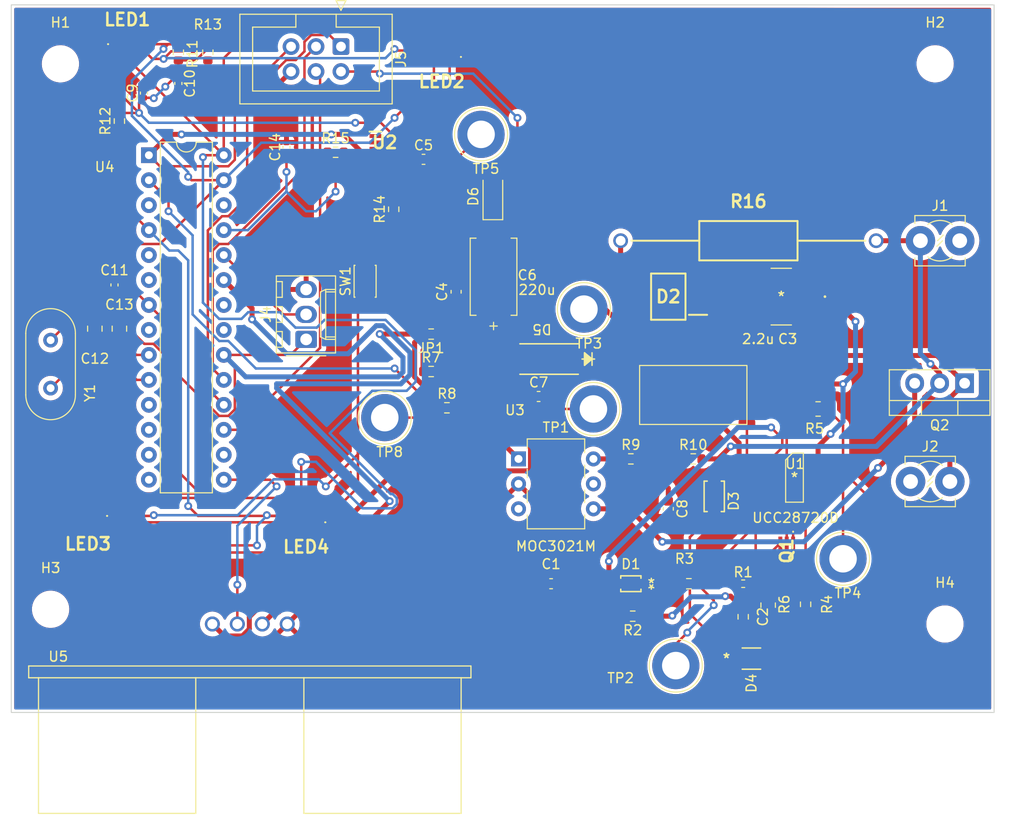
<source format=kicad_pcb>
(kicad_pcb (version 20221018) (generator pcbnew)
  (layers (0 "F.Cu" signal) (31 "B.Cu" signal) (34 "B.Paste" user) (35 "F.Paste" user) (36 "B.SilkS" user "B.Silkscreen") (37 "F.SilkS" user "F.Silkscreen") (38 "B.Mask" user) (39 "F.Mask" user) (44 "Edge.Cuts" user))
  (net 0 "")
  (net 1 "GNDPWR")
  (net 2 "Net-(U1-VS)")
  (net 3 "Net-(D3-A)")
  (net 4 "Net-(D2-~{_1})")
  (net 5 "Flyback output")
  (net 6 "GND")
  (net 7 "3.3V linear regulator output")
  (net 8 "Net-(C8-Pad1)")
  (net 9 "Net-(U4-XTAL2{slash}PB7)")
  (net 10 "Net-(U4-XTAL1{slash}PB6)")
  (net 11 "/Sensors/Override signal")
  (net 12 "Net-(D2-+)")
  (net 13 "Vac(-)")
  (net 14 "Net-(D3-K)")
  (net 15 "Net-(D4-Pad2)")
  (net 16 "Net-(D6-A)")
  (net 17 "Vac(+)")
  (net 18 "/Sensors/Light level")
  (net 19 "/Sensors/MISO")
  (net 20 "/Sensors/SCK")
  (net 21 "/Sensors/MOSI")
  (net 22 "/Sensors/RESET")
  (net 24 "/Sensors/SCL")
  (net 25 "/Sensors/INT")
  (net 26 "/Sensors/SDA")
  (net 30 "Net-(Q1-B)")
  (net 31 "Net-(Q1-C)")
  (net 32 "Net-(Q1-E)")
  (net 33 "Net-(Q2-G)")
  (net 34 "Net-(R1-Pad1)")
  (net 35 "Net-(U1-CS)")
  (net 36 "Control signal")
  (net 37 "Net-(R8-Pad2)")
  (net 38 "Net-(R9-Pad1)")
  (net 39 "Net-(R15-Pad2)")
  (net 50 "/Sensors/Trig")
  (net 53 "/Sensors/Echo")
  (net 56 "Net-(JP1-A)")
  (net 58 "Net-(T1-S2)")
  (net 59 "Net-(D1-Output)")
  (net 60 "Net-(D1-Input)")
  (footprint "MountingHole:MountingHole_3.2mm_M3" (layer "F.Cu") (at 135 36)
    (fp_text reference "H1")
    (fp_text value "MountingHole")
  )
  (footprint "footprints:SOT65P210X110-5N" (layer "F.Cu") (at 168 44)
    (fp_text reference "U2")
    (fp_text value "TPS71533DCKR" hide)
  )
  (footprint "Crystal:Crystal_HC49-U_Vertical" (layer "F.Cu") (at 134 69 90)
    (fp_text reference "Y1")
    (fp_text value "16MHz")
  )
  (footprint "footprints:SOP250P700X300-4N" (layer "F.Cu") (at 196.85 59.69 180)
    (fp_text reference "D2")
    (fp_text value "RH06-T" hide)
  )
  (footprint "Capacitor_SMD:C_0603_1608Metric" (layer "F.Cu") (at 184.925 88.9 180)
    (fp_text reference "C1")
    (fp_text value "1u")
  )
  (footprint "Resistor_SMD:R_0603_1608Metric" (layer "F.Cu") (at 174.325 71)
    (fp_text reference "R8")
    (fp_text value "R")
  )
  (footprint "footprints:RESAD2600W80L1000D400" (layer "F.Cu") (at 218 54 180)
    (fp_text reference "R16")
    (fp_text value "EMC2-22RKI" hide)
  )
  (footprint "footprints:750317828" (layer "F.Cu") (at 201.55 61.615)
    (fp_text reference "T1" hide)
    (fp_text value "Transformer_SP_1S")
  )
  (footprint "MountingHole:MountingHole_3.2mm_M3" (layer "F.Cu") (at 224 36)
    (fp_text reference "H2")
    (fp_text value "MountingHole")
  )
  (footprint "Package_DIP:DIP-28_W7.62mm" (layer "F.Cu") (at 144 45.3)
    (fp_text reference "U4")
    (fp_text value "ATmega328P-P")
  )
  (footprint "footprints:ALSDPDIC1778CL749TR8" (layer "F.Cu") (at 173.8 34.65 180)
    (fp_text reference "LED2")
    (fp_text value "ALS-DPDIC17-78C_L749_TR8" hide)
  )
  (footprint "footprints:XCVR_HC-SR04" (layer "F.Cu") (at 154.27 93)
    (fp_text reference "U5")
    (fp_text value "HC-SR04")
  )
  (footprint "Diode_SMD:D_SOD-123" (layer "F.Cu") (at 179 49.5 90)
    (fp_text reference "D6")
    (fp_text value "MBR0520")
  )
  (footprint "footprints:UCC28720D" (layer "F.Cu") (at 209.69 78.105)
    (fp_text reference "U1")
    (fp_text value "UCC28720D")
  )
  (footprint "Connector_IDC:IDC-Header_2x03_P2.54mm_Vertical" (layer "F.Cu") (at 163.545 34.2475 -90)
    (fp_text reference "J5")
    (fp_text value "AVR-ISP-6")
  )
  (footprint "Resistor_SMD:R_0603_1608Metric" (layer "F.Cu") (at 141 41.825 90)
    (fp_text reference "R12")
    (fp_text value "10k")
  )
  (footprint "Resistor_SMD:R_0603_1608Metric" (layer "F.Cu") (at 210.82 90.995 90)
    (fp_text reference "R4")
    (fp_text value "499")
  )
  (footprint "Capacitor_SMD:C_0805_2012Metric" (layer "F.Cu") (at 141 62.95 90)
    (fp_text reference "C13")
    (fp_text value "22pF")
  )
  (footprint "Resistor_SMD:R_0805_2012Metric" (layer "F.Cu") (at 212.09 71.12 180)
    (fp_text reference "R5")
    (fp_text value "100")
  )
  (footprint "Resistor_SMD:R_0603_1608Metric" (layer "F.Cu") (at 147 34.825 -90)
    (fp_text reference "R11")
    (fp_text value "1k")
  )
  (footprint "Resistor_SMD:R_0603_1608Metric" (layer "F.Cu") (at 204.47 92.265 -90)
    (fp_text reference "C2")
    (fp_text value "10p")
  )
  (footprint "Resistor_SMD:R_0805_2012Metric" (layer "F.Cu") (at 207.01 91.0825 -90)
    (fp_text reference "R6")
    (fp_text value "5.6")
  )
  (footprint "footprints:CGRM" (layer "F.Cu") (at 205.3082 96.52)
    (fp_text reference locked "D4")
    (fp_text value "CGRM4007-G")
  )
  (footprint "TestPoint:TestPoint_Loop_D3.80mm_Drill2.8mm" (layer "F.Cu") (at 177.8 43.18)
    (fp_text reference "TP5")
    (fp_text value "TestPoint")
  )
  (footprint "Capacitor_SMD:C_0603_1608Metric" (layer "F.Cu") (at 196.85 81.28 -90)
    (fp_text reference "C8")
    (fp_text value "47nF")
  )
  (footprint "footprints:SC-76_SOD323_NEX" (layer "F.Cu") (at 193.04 88.9 180)
    (fp_text reference "D1")
    (fp_text value "BAS316_115")
  )
  (footprint "TestPoint:TestPoint_Loop_D3.80mm_Drill2.8mm" (layer "F.Cu") (at 197.612 97.2312)
    (fp_text reference "TP2")
    (fp_text value "TestPoint")
  )
  (footprint "footprints:ALSDPDIC1778CL749TR8" (layer "F.Cu") (at 141.8 34.65)
    (fp_text reference "LED1")
    (fp_text value "ALS-DPDIC17-78C_L749_TR8" hide)
  )
  (footprint "Resistor_SMD:R_0603_1608Metric" (layer "F.Cu") (at 193.231 92.202 180)
    (fp_text reference "R2")
    (fp_text value "40.2k")
  )
  (footprint "MountingHole:MountingHole_3.2mm_M3" (layer "F.Cu") (at 225 93)
    (fp_text reference "H4")
    (fp_text value "MountingHole")
  )
  (footprint "Resistor_SMD:R_0603_1608Metric" (layer "F.Cu") (at 172.72 63.5 180)
    (fp_text reference "JP1")
    (fp_text value "Jumper_2_Bridged")
  )
  (footprint "Resistor_SMD:R_0603_1608Metric" (layer "F.Cu") (at 193.04 76.2)
    (fp_text reference "R9")
    (fp_text value "100")
  )
  (footprint "Resistor_SMD:R_0603_1608Metric" (layer "F.Cu") (at 150 34.825 90)
    (fp_text reference "R13")
    (fp_text value "1k")
  )
  (footprint "TerminalBlock_MetzConnect:TerminalBlock_MetzConnect_360410_1x01_Horizontal_ScrewM3.0" (layer "F.Cu") (at 221.5 78.5)
    (fp_text reference "J2")
    (fp_text value "Screw_Terminal_01x01")
  )
  (footprint "TestPoint:TestPoint_Loop_D3.80mm_Drill2.8mm" (layer "F.Cu") (at 188.2648 60.96)
    (fp_text reference "TP3")
    (fp_text value "TestPoint")
  )
  (footprint "TestPoint:TestPoint_Loop_D3.80mm_Drill2.8mm" (layer "F.Cu") (at 168 72)
    (fp_text reference "TP8")
    (fp_text value "TestPoint")
  )
  (footprint "Resistor_SMD:R_0603_1608Metric" (layer "F.Cu") (at 198.945 88.9 180)
    (fp_text reference "R3")
    (fp_text value "20")
  )
  (footprint "Capacitor_SMD:C_0603_1608Metric" (layer "F.Cu") (at 175.26 59.195 90)
    (fp_text reference "C4")
    (fp_text value "1u")
  )
  (footprint "Capacitor_SMD:C_0402_1005Metric" (layer "F.Cu") (at 140.5 58.5 90)
    (fp_text reference "C11")
    (fp_text value "1uF")
  )
  (footprint "Capacitor_SMD:C_0603_1608Metric" (layer "F.Cu") (at 171.945 45.72)
    (fp_text reference "C5")
    (fp_text value "1u")
  )
  (footprint "Resistor_SMD:R_0603_1608Metric" (layer "F.Cu") (at 163 45)
    (fp_text reference "R15")
    (fp_text value "10k")
  )
  (footprint "Capacitor_SMD:C_0402_1005Metric" (layer "F.Cu") (at 143.5 38.98 90)
    (fp_text reference "C9")
    (fp_text value "1uF")
  )
  (footprint "Package_TO_SOT_THT:TO-220-3_Vertical" (layer "F.Cu") (at 227 68.5 180)
    (fp_text reference "Q2")
    (fp_text value "BT136-500")
  )
  (footprint "footprints:ALSDPDIC1778CL749TR8" (layer "F.Cu") (at 160 82 180)
    (fp_text reference "LED4")
    (fp_text value "ALS-DPDIC17-78C_L749_TR8" hide)
  )
  (footprint "Resistor_SMD:R_0603_1608Metric" (layer "F.Cu") (at 172.72 67.31)
    (fp_text reference "R7")
    (fp_text value "4.99k")
  )
  (footprint "footprints:MOC3021" (layer "F.Cu") (at 181.61 76.2)
    (fp_text reference "U3")
    (fp_text value "MOC3021M")
  )
  (footprint "footprints:CKG57NX7T2W225M500JH" (layer "F.Cu") (at 208.3435 59.69 180)
    (fp_text reference "C3")
    (fp_text value "2.2u")
  )
  (footprint "Resistor_SMD:R_0402_1005Metric" (layer "F.Cu") (at 204.47 88.9)
    (fp_text reference "R1")
    (fp_text value "127k")
  )
  (footprint "footprints:ALSDPDIC1778CL749TR8" (layer "F.Cu") (at 208.9 85.56 -90)
    (fp_text reference "Q1")
    (fp_text value "Q_NPN_BCE" hide)
  )
  (footprint "MountingHole:MountingHole_3.2mm_M3" (layer "F.Cu") (at 134 91.5)
    (fp_text reference "H3")
    (fp_text value "MountingHole")
  )
  (footprint "Capacitor_SMD:C_0402_1005Metric" (layer "F.Cu") (at 158 44.48 90)
    (fp_text reference "C14")
    (fp_text value "1uF")
  )
  (footprint "Resistor_SMD:R_0603_1608Metric" (layer "F.Cu") (at 168.91 50.8 90)
    (fp_text reference "R14")
    (fp_text value "10k")
  )
  (footprint "Capacitor_SMD:C_0805_2012Metric" (layer "F.Cu") (at 138.5 62.95 90)
    (fp_text reference "C12")
    (fp_text value "22pF")
  )
  (footprint "TestPoint:TestPoint_Loop_D3.80mm_Drill2.8mm" (layer "F.Cu") (at 214.63 86.36)
    (fp_text reference "TP4")
    (fp_text value "TestPoint")
  )
  (footprint "Connector_Molex:Molex_KK-254_AE-6410-03A_1x03_P2.54mm_Vertical" (layer "F.Cu") (at 160 64.04 90)
    (fp_text reference "J4")
    (fp_text value "POT")
  )
  (footprint "Capacitor_SMD:C_0402_1005Metric" (layer "F.Cu") (at 147 38 -90)
    (fp_text reference "C10")
    (fp_text value "1uF")
  )
  (footprint "TestPoint:TestPoint_Loop_D3.80mm_Drill2.8mm" (layer "F.Cu") (at 189.23 71.12)
    (fp_text reference "TP1")
    (fp_text value "TestPoint")
  )
  (footprint "Resistor_SMD:R_0603_1608Metric" (layer "F.Cu") (at 199.39 76.2)
    (fp_text reference "R10")
    (fp_text value "100")
  )
  (footprint "Button_Switch_SMD:SW_SPST_CK_KXT3" (layer "F.Cu") (at 166 58.125 90)
    (fp_text reference "SW1")
    (fp_text value "Override switch")
  )
  (footprint "TerminalBlock_MetzConnect:TerminalBlock_MetzConnect_360410_1x01_Horizontal_ScrewM3.0" (layer "F.Cu") (at 222.5 54)
    (fp_text reference "J1")
    (fp_text value "Screw_Terminal_01x01")
  )
  (footprint "footprints:DO-214AC_SMA_HIGHPROFILE_MCC" (layer "F.Cu") (at 184.7215 66.04 180)
    (fp_text reference "D5")
    (fp_text value "SS110-TP")
  )
  (footprint "Capacitor_SMD:C_0603_1608Metric" (layer "F.Cu") (at 183.655 69.85)
    (fp_text reference "C7")
    (fp_text value "1u")
  )
  (footprint "footprints:10TPE220ML" (layer "F.Cu") (at 179.07 57.66435 90)
    (fp_text reference "C6")
    (fp_text value "220u")
  )
  (footprint "footprints:ALSDPDIC1778CL749TR8" (layer "F.Cu") (at 137.8 81.35 180)
    (fp_text reference "LED3")
    (fp_text value "ALS-DPDIC17-78C_L749_TR8" hide)
  )
  (footprint "footprints:SOD-123_ONS" (layer "F.Cu") (at 201.5236 80.01 90)
    (fp_text reference "D3")
    (fp_text value "D_Zener")
  )
  (gr_rect (start 130 30) (end 230 102) (stroke (width 0.1)) (fill none) (layer "Edge.Cuts"))
  (segment (start 202.6412 90.17) (end 203.2 90.17) (width 0.508) (layer "F.Cu") (net 2))
  (segment (start 205.74 88.14) (end 205.74 78.219999) (width 0.254) (layer "F.Cu") (net 2))
  (segment (start 194.056 92.202) (end 197.2056 92.202) (width 0.508) (layer "F.Cu") (net 2))
  (segment (start 205.74 78.219999) (end 206.489999 77.47) (width 0.254) (layer "F.Cu") (net 2))
  (segment (start 204.98 88.9) (end 205.74 88.14) (width 0.254) (layer "F.Cu") (net 2))
  (segment (start 204.47 91.44) (end 205.74 90.17) (width 0.254) (layer "F.Cu") (net 2))
  (segment (start 206.489999 77.47) (end 207.29 77.47) (width 0.254) (layer "F.Cu") (net 2))
  (segment (start 197.2056 92.202) (end 197.2564 92.1512) (width 0.508) (layer "F.Cu") (net 2))
  (segment (start 203.2 90.17) (end 204.47 91.44) (width 0.508) (layer "F.Cu") (net 2))
  (segment (start 205.74 90.17) (end 205.74 88.14) (width 0.254) (layer "F.Cu") (net 2))
  (via (at 197.2564 92.1512) (size 0.8) (drill 0.4) (layers "F.Cu" "B.Cu") (net 2))
  (via (at 202.6412 90.17) (size 0.8) (drill 0.4) (layers "F.Cu" "B.Cu") (net 2))
  (segment (start 202.5808 90.2304) (end 202.6412 90.17) (width 0.508) (layer "B.Cu") (net 2))
  (segment (start 197.2564 92.1512) (end 199.1772 90.2304) (width 0.508) (layer "B.Cu") (net 2))
  (segment (start 199.1772 90.2304) (end 202.5808 90.2304) (width 0.508) (layer "B.Cu") (net 2))
  (segment (start 212.09 74.93) (end 213.36 73.66) (width 0.508) (layer "F.Cu") (net 3))
  (segment (start 212.09 76.2) (end 212.09 74.93) (width 0.508) (layer "F.Cu") (net 3))
  (segment (start 189.709739 60.232) (end 202.362739 72.885) (width 0.508) (layer "F.Cu") (net 3))
  (segment (start 202.362739 72.885) (end 204.054 74.576261) (width 0.508) (layer "F.Cu") (net 3))
  (segment (start 202.362739 71.182261) (end 202.362739 72.885) (width 0.508) (layer "F.Cu") (net 3))
  (segment (start 213.36 59.69) (end 215.9 62.23) (width 0.508) (layer "F.Cu") (net 3))
  (segment (start 204.965 68.58) (end 204.85 68.695) (width 0.508) (layer "F.Cu") (net 3))
  (segment (start 188.9928 60.232) (end 189.709739 60.232) (width 0.508) (layer "F.Cu") (net 3))
  (segment (start 204.054 75.8032) (end 201.5236 78.3336) (width 0.508) (layer "F.Cu") (net 3))
  (segment (start 214.63 68.58) (end 204.965 68.58) (width 0.508) (layer "F.Cu") (net 3))
  (segment (start 204.054 74.576261) (end 204.054 75.8032) (width 0.508) (layer "F.Cu") (net 3))
  (segment (start 188.2648 60.96) (end 188.9928 60.232) (width 0.508) (layer "F.Cu") (net 3))
  (segment (start 210.82 59.69) (end 213.36 59.69) (width 0.508) (layer "F.Cu") (net 3))
  (segment (start 204.85 68.695) (end 202.362739 71.182261) (width 0.508) (layer "F.Cu") (net 3))
  (via (at 213.36 73.66) (size 0.8) (drill 0.4) (layers "F.Cu" "B.Cu") (net 3))
  (via (at 215.9 62.23) (size 0.8) (drill 0.4) (layers "F.Cu" "B.Cu") (net 3))
  (via (at 214.63 68.58) (size 0.8) (drill 0.4) (layers "F.Cu" "B.Cu") (net 3))
  (segment (start 215.9 62.23) (end 215.9 67.31) (width 0.508) (layer "B.Cu") (net 3))
  (segment (start 214.63 72.39) (end 214.63 68.58) (width 0.508) (layer "B.Cu") (net 3))
  (segment (start 213.36 73.66) (end 214.63 72.39) (width 0.508) (layer "B.Cu") (net 3))
  (segment (start 215.9 67.31) (end 214.63 68.58) (width 0.508) (layer "B.Cu") (net 3))
  (segment (start 199.875 60.94) (end 204.617 60.94) (width 0.508) (layer "F.Cu") (net 4))
  (segment (start 204.617 60.94) (end 205.867 59.69) (width 0.508) (layer "F.Cu") (net 4))
  (segment (start 152.085991 71.825) (end 151.154009 71.825) (width 0.25) (layer "F.Cu") (net 5))
  (segment (start 171.895 63.5) (end 171.895 54.61) (width 0.508) (layer "F.Cu") (net 5))
  (segment (start 152.745 66.745) (end 152.745 71.165991) (width 0.25) (layer "F.Cu") (net 5))
  (segment (start 179 51.15) (end 175.355 51.15) (width 0.508) (layer "F.Cu") (net 5))
  (segment (start 171.041 67.855896) (end 171.041 64.354) (width 0.508) (layer "F.Cu") (net 5))
  (segment (start 154.219 93.504927) (end 154.219 92.281) (width 0.508) (layer "F.Cu") (net 5))
  (segment (start 154.219 92.281) (end 169.084 77.416) (width 0.508) (layer "F.Cu") (net 5))
  (segment (start 182.826 74.984) (end 176.842 69) (width 0.508) (layer "F.Cu") (net 5))
  (segment (start 151.154009 71.825) (end 146 66.670991) (width 0.25) (layer "F.Cu") (net 5))
  (segment (start 176.842 69) (end 172.185104 69) (width 0.508) (layer "F.Cu") (net 5))
  (segment (start 160 64.04) (end 158.42 65.62) (width 0.25) (layer "F.Cu") (net 5))
  (segment (start 151.679 94.219) (end 153.504927 94.219) (width 0.508) (layer "F.Cu") (net 5))
  (segment (start 146 62.54) (end 144 60.54) (width 0.25) (layer "F.Cu") (net 5))
  (segment (start 150.46 93) (end 151.679 94.219) (width 0.508) (layer "F.Cu") (net 5))
  (segment (start 153.504927 94.219) (end 154.219 93.504927) (width 0.508) (layer "F.Cu") (net 5))
  (segment (start 152.745 71.165991) (end 152.085991 71.825) (width 0.25) (layer "F.Cu") (net 5))
  (segment (start 171.895 54.61) (end 168.91 51.625) (width 0.508) (layer "F.Cu") (net 5))
  (segment (start 158.42 65.62) (end 151.62 65.62) (width 0.25) (layer "F.Cu") (net 5))
  (segment (start 151.62 65.62) (end 152.745 66.745) (width 0.25) (layer "F.Cu") (net 5))
  (segment (start 140.5 58.02) (end 141.48 58.02) (width 0.25) (layer "F.Cu") (net 5))
  (segment (start 146 66.670991) (end 146 62.54) (width 0.25) (layer "F.Cu") (net 5))
  (segment (start 182.826 77.416) (end 182.826 74.984) (width 0.508) (layer "F.Cu") (net 5))
  (segment (start 171.041 64.354) (end 171.895 63.5) (width 0.508) (layer "F.Cu") (net 5))
  (segment (start 169.084 77.416) (end 182.826 77.416) (width 0.508) (layer "F.Cu") (net 5))
  (segment (start 171.895 63.5) (end 167.4876 63.5) (width 0.508) (layer "F.Cu") (net 5))
  (segment (start 172.185104 69) (end 171.041 67.855896) (width 0.508) (layer "F.Cu") (net 5))
  (segment (start 175.355 51.15) (end 171.895 54.61) (width 0.508) (layer "F.Cu") (net 5))
  (segment (start 141.48 58.02) (end 144 60.54) (width 0.25) (layer "F.Cu") (net 5))
  (via (at 167.4876 63.5) (size 0.8) (drill 0.4) (layers "F.Cu" "B.Cu") (net 5))
  (segment (start 169.854 67.353739) (end 169.353739 67.854) (width 0.508) (layer "B.Cu") (net 5))
  (segment (start 169.353739 67.854) (end 153.854 67.854) (width 0.508) (layer "B.Cu") (net 5))
  (segment (start 167.4876 63.5) (end 169.854 65.8664) (width 0.508) (layer "B.Cu") (net 5))
  (segment (start 153.854 67.854) (end 151.62 65.62) (width 0.508) (layer "B.Cu") (net 5))
  (segment (start 169.854 65.8664) (end 169.854 67.353739) (width 0.508) (layer "B.Cu") (net 5))
  (segment (start 140 37) (end 139 36) (width 0.25) (layer "F.Cu") (net 7))
  (segment (start 168.108 55.892) (end 168.108 51.206709) (width 0.254) (layer "F.Cu") (net 7))
  (segment (start 138.6 82) (end 144.4255 82) (width 0.254) (layer "F.Cu") (net 7))
  (segment (start 170.35 43.35) (end 168.95 43.35) (width 0.254) (layer "F.Cu") (net 7))
  (segment (start 161.704 82.65) (end 165.273 79.081) (width 0.254) (layer "F.Cu") (net 7))
  (segment (start 140.1 34) (end 141 34) (width 0.25) (layer "F.Cu") (net 7))
  (segment (start 165.273 79.081) (end 165.273 75.5) (width 0.254) (layer "F.Cu") (net 7))
  (segment (start 175.26 45.72) (end 177.8 43.18) (width 0.254) (layer "F.Cu") (net 7))
  (segment (start 150 34.429709) (end 150 34) (width 0.254) (layer "F.Cu") (net 7))
  (segment (start 143 39.96) (end 143.5 39.46) (width 0.25) (layer "F.Cu") (net 7))
  (segment (start 172.72 45.72) (end 175.26 45.72) (width 0.254) (layer "F.Cu") (net 7))
  (segment (start 169.403291 50.898) (end 171 49.301291) (width 0.254) (layer "F.Cu") (net 7))
  (segment (start 168.108 51.206709) (end 168.416709 50.898) (width 0.254) (layer "F.Cu") (net 7))
  (segment (start 146.48 37.52) (end 147 37.52) (width 0.254) (layer "F.Cu") (net 7))
  (segment (start 144.4255 82) (end 144.5 81.9255) (width 0.254) (layer "F.Cu") (net 7))
  (segment (start 139 36) (end 139 35.1) (width 0.25) (layer "F.Cu") (net 7))
  (segment (start 148.779709 35.65) (end 150 34.429709) (width 0.254) (layer "F.Cu") (net 7))
  (segment (start 160.8 82.65) (end 161.704 82.65) (width 0.254) (layer "F.Cu") (net 7))
  (segment (start 147 35.65) (end 148.779709 35.65) (width 0.254) (layer "F.Cu") (net 7))
  (segment (start 165.273 75.727) (end 165.273 75.5) (width 0.254) (layer "F.Cu") (net 7))
  (segment (start 147 35.65) (end 147 37.52) (width 0.25) (layer "F.Cu") (net 7))
  (segment (start 144.46 39.46) (end 144.5 39.5) (width 0.254) (layer "F.Cu") (net 7))
  (segment (start 140 38) (end 140 37) (width 0.25) (layer "F.Cu") (net 7))
  (segment (start 171 49.301291) (end 168.023 46.324291) (width 0.254) (layer "F.Cu") (net 7))
  (segment (start 168.023 46.324291) (end 168.023 44.277) (width 0.254) (layer "F.Cu") (net 7))
  (segment (start 168.023 44.277) (end 168.95 43.35) (width 0.254) (layer "F.Cu") (net 7))
  (segment (start 143.5 39.46) (end 144.46 39.46) (width 0.254) (layer "F.Cu") (net 7))
  (segment (start 172.55 43.35) (end 174.6 41.3) (width 0.254) (layer "F.Cu") (net 7))
  (segment (start 168.416709 50.898) (end 169.403291 50.898) (width 0.254) (layer "F.Cu") (net 7))
  (segment (start 143 41) (end 140 38) (width 0.25) (layer "F.Cu") (net 7))
  (segment (start 165.273 58.727) (end 168.108 55.892) (width 0.254) (layer "F.Cu") (net 7))
  (segment (start 143 41) (end 143 39.96) (width 0.25) (layer "F.Cu") (net 7))
  (segment (start 143 41) (end 141 41) (width 0.25) (layer "F.Cu") (net 7))
  (segment (start 167.6 42) (end 165 42) (width 0.25) (layer "F.Cu") (net 7))
  (segment (start 165.273 75.5) (end 165.273 58.727) (width 0.254) (layer "F.Cu") (net 7))
  (segment (start 168.95 43.35) (end 172.55 43.35) (width 0.254) (layer "F.Cu") (net 7))
  (segment (start 174.6 41.3) (end 174.6 35.3) (width 0.254) (layer "F.Cu") (net 7))
  (segment (start 139 35.1) (end 140.1 34) (width 0.25) (layer "F.Cu") (net 7))
  (segment (start 172.72 45.72) (end 170.35 43.35) (width 0.254) (layer "F.Cu") (net 7))
  (segment (start 162 79) (end 165.273 75.727) (width 0.254) (layer "F.Cu") (net 7))
  (segment (start 145.672299 38.327701) (end 146.48 37.52) (width 0.254) (layer "F.Cu") (net 7))
  (segment (start 168.95 43.35) (end 167.6 42) (width 0.25) (layer "F.Cu") (net 7))
  (via (at 144.5 39.5) (size 0.8) (drill 0.4) (layers "F.Cu" "B.Cu") (net 7))
  (via (at 144.5 81.9255) (size 0.8) (drill 0.4) (layers "F.Cu" "B.Cu") (net 7))
  (via (at 165 42) (size 0.8) (drill 0.4) (layers "F.Cu" "B.Cu") (net 7))
  (via (at 143 41) (size 0.8) (drill 0.4) (layers "F.Cu" "B.Cu") (net 7))
  (via (at 145.672299 38.327701) (size 0.8) (drill 0.4) (layers "F.Cu" "B.Cu") (net 7))
  (via (at 162 79) (size 0.8) (drill 0.4) (layers "F.Cu" "B.Cu") (net 7))
  (segment (start 144.5 39.5) (end 145.672299 38.327701) (width 0.254) (layer "B.Cu") (net 7))
  (segment (start 161.273 78.273) (end 162 79) (width 0.254) (layer "B.Cu") (net 7))
  (segment (start 144 42) (end 143 41) (width 0.25) (layer "B.Cu") (net 7))
  (segment (start 165 42) (end 144 42) (width 0.25) (layer "B.Cu") (net 7))
  (segment (start 144.5 81.9255) (end 153.046366 81.9255) (width 0.254) (layer "B.Cu") (net 7))
  (segment (start 153.046366 81.9255) (end 156.698866 78.273) (width 0.254) (layer "B.Cu") (net 7))
  (segment (start 156.698866 78.273) (end 161.273 78.273) (width 0.254) (layer "B.Cu") (net 7))
  (segment (start 193.865 76.2) (end 198.565 76.2) (width 0.508) (layer "F.Cu") (net 8))
  (segment (start 196.85 79.185) (end 193.865 76.2) (width 0.508) (layer "F.Cu") (net 8))
  (segment (start 196.85 80.505) (end 196.85 79.185) (width 0.508) (layer "F.Cu") (net 8))
  (segment (start 142.76 68.16) (end 144 68.16) (width 0.25) (layer "F.Cu") (net 9))
  (segment (start 138.5 63.9) (end 138.5 64.5) (width 0.25) (layer "F.Cu") (net 9))
  (segment (start 138.5 63.9) (end 142.76 68.16) (width 0.25) (layer "F.Cu") (net 9))
  (segment (start 138.5 64.5) (end 134 69) (width 0.25) (layer "F.Cu") (net 9))
  (segment (start 135.045 63.075) (end 134 64.12) (width 0.25) (layer "F.Cu") (net 10))
  (segment (start 140.175 63.075) (end 135.045 63.075) (width 0.25) (layer "F.Cu") (net 10))
  (segment (start 142.72 65.62) (end 144 65.62) (width 0.25) (layer "F.Cu") (net 10))
  (segment (start 141 63.9) (end 140.175 63.075) (width 0.25) (layer "F.Cu") (net 10))
  (segment (start 141 63.9) (end 142.72 65.62) (width 0.25) (layer "F.Cu") (net 10))
  (segment (start 163 45.825) (end 163 49) (width 0.25) (layer "F.Cu") (net 11))
  (segment (start 158 47) (end 158 44.96) (width 0.25) (layer "F.Cu") (net 11))
  (segment (start 162.175 45) (end 163 45.825) (width 0.25) (layer "F.Cu") (net 11))
  (segment (start 162.175 45) (end 162 45) (width 0.25) (layer "F.Cu") (net 11))
  (via (at 163 49) (size 0.8) (drill 0.4) (layers "F.Cu" "B.Cu") (net 11))
  (via (at 158 47) (size 0.8) (drill 0.4) (layers "F.Cu" "B.Cu") (net 11))
  (segment (start 161 51) (end 160 51) (width 0.25) (layer "B.Cu") (net 11))
  (segment (start 158.25 49.25) (end 158 49) (width 0.254) (layer "B.Cu") (net 11))
  (segment (start 158 49) (end 158 47) (width 0.25) (layer "B.Cu") (net 11))
  (segment (start 163 49) (end 161 51) (width 0.25) (layer "B.Cu") (net 11))
  (segment (start 154.08 52.92) (end 158 49) (width 0.254) (layer "B.Cu") (net 11))
  (segment (start 151.62 52.92) (end 154.08 52.92) (width 0.254) (layer "B.Cu") (net 11))
  (segment (start 160 51) (end 158.25 49.25) (width 0.25) (layer "B.Cu") (net 11))
  (segment (start 192 54) (end 192 56.615) (width 0.508) (layer "F.Cu") (net 12))
  (segment (start 192 56.615) (end 193.825 58.44) (width 0.508) (layer "F.Cu") (net 12))
  (segment (start 225.5 78.5) (end 225.5 70) (width 0.508) (layer "F.Cu") (net 13))
  (segment (start 198.566 65.681) (end 224.181 65.681) (width 0.508) (layer "F.Cu") (net 13))
  (segment (start 225.5 70) (end 227 68.5) (width 0.508) (layer "F.Cu") (net 13))
  (segment (start 224.181 65.681) (end 227 68.5) (width 0.508) (layer "F.Cu") (net 13))
  (segment (start 193.825 60.94) (end 198.566 65.681) (width 0.508) (layer "F.Cu") (net 13))
  (segment (start 199.043 84.167) (end 201.5236 81.6864) (width 0.254) (layer "F.Cu") (net 14))
  (segment (start 199.043 91.9566) (end 199.043 84.167) (width 0.254) (layer "F.Cu") (net 14))
  (segment (start 203.6064 96.52) (end 199.043 91.9566) (width 0.254) (layer "F.Cu") (net 14))
  (segment (start 220.98 86.36) (end 220.98 83.82) (width 0.254) (layer "F.Cu") (net 15))
  (segment (start 210.2612 93.98) (end 213.36 93.98) (width 0.254) (layer "F.Cu") (net 15))
  (segment (start 220.98 83.82) (end 214.63 77.47) (width 0.254) (layer "F.Cu") (net 15))
  (segment (start 214.63 86.36) (end 214.63 72.7475) (width 0.254) (layer "F.Cu") (net 15))
  (segment (start 213.36 93.98) (end 220.98 86.36) (width 0.254) (layer "F.Cu") (net 15))
  (segment (start 207.7212 96.52) (end 210.2612 93.98) (width 0.254) (layer "F.Cu") (net 15))
  (segment (start 207.01 96.52) (end 207.7212 96.52) (width 0.254) (layer "F.Cu") (net 15))
  (segment (start 214.63 72.7475) (end 213.0025 71.12) (width 0.254) (layer "F.Cu") (net 15))
  (segment (start 181.5 45.35) (end 179 47.85) (width 0.254) (layer "F.Cu") (net 16))
  (segment (start 163.545 36.7875) (end 167.2875 36.7875) (width 0.254) (layer "F.Cu") (net 16))
  (segment (start 167.2875 36.7875) (end 167.5 37) (width 0.254) (layer "F.Cu") (net 16))
  (segment (start 181.5 41.5) (end 181.5 45.35) (width 0.254) (layer "F.Cu") (net 16))
  (via (at 181.5 41.5) (size 0.8) (drill 0.4) (layers "F.Cu" "B.Cu") (net 16))
  (via (at 167.5 37) (size 0.8) (drill 0.4) (layers "F.Cu" "B.Cu") (net 16))
  (segment (start 167.5 37) (end 177 37) (width 0.254) (layer "B.Cu") (net 16))
  (segment (start 177 37) (end 181.5 41.5) (width 0.254) (layer "B.Cu") (net 16))
  (segment (start 224.46 67.4745) (end 223.52 66.5345) (width 0.508) (layer "F.Cu") (net 17))
  (segment (start 224.46 68.5) (end 224.46 67.4745) (width 0.508) (layer "F.Cu") (net 17))
  (segment (start 201.93 76.2) (end 203.2 74.93) (width 0.508) (layer "F.Cu") (net 17))
  (segment (start 200.215 76.2) (end 201.93 76.2) (width 0.508) (layer "F.Cu") (net 17))
  (segment (start 222.5 54) (end 218 54) (width 0.508) (layer "F.Cu") (net 17))
  (via (at 223.52 66.5345) (size 0.8) (drill 0.4) (layers "F.Cu" "B.Cu") (net 17))
  (via (at 203.2 74.93) (size 0.8) (drill 0.4) (layers "F.Cu" "B.Cu") (net 17))
  (segment (start 223.52 66.5345) (end 222.5 65.5145) (width 0.508) (layer "B.Cu") (net 17))
  (segment (start 203.2 74.93) (end 218.03 74.93) (width 0.508) (layer "B.Cu") (net 17))
  (segment (start 222.5 65.5145) (end 222.5 54) (width 0.508) (layer "B.Cu") (net 17))
  (segment (start 218.03 74.93) (end 224.46 68.5) (width 0.508) (layer "B.Cu") (net 17))
  (segment (start 157.66 61.5) (end 151.62 55.46) (width 0.25) (layer "F.Cu") (net 18))
  (segment (start 160 61.5) (end 157.66 61.5) (width 0.25) (layer "F.Cu") (net 18))
  (segment (start 159.83 33.760799) (end 159.83 34.734201) (width 0.25) (layer "F.Cu") (net 19))
  (segment (start 158.951701 35.6125) (end 157.978299 35.6125) (width 0.25) (layer "F.Cu") (net 19))
  (segment (start 163.545 34.2475) (end 162.37 33.0725) (width 0.25) (layer "F.Cu") (net 19))
  (segment (start 152.085991 51.505) (end 151.444009 51.505) (width 0.25) (layer "F.Cu") (net 19))
  (segment (start 150 69.08) (end 151.62 70.7) (width 0.25) (layer "F.Cu") (net 19))
  (segment (start 160.518299 33.0725) (end 159.83 33.760799) (width 0.25) (layer "F.Cu") (net 19))
  (segment (start 150 52.949009) (end 150 69.08) (width 0.25) (layer "F.Cu") (net 19))
  (segment (start 157.978299 35.6125) (end 154 39.590799) (width 0.25) (layer "F.Cu") (net 19))
  (segment (start 162.37 33.0725) (end 160.518299 33.0725) (width 0.25) (layer "F.Cu") (net 19))
  (segment (start 154 39.590799) (end 154 49.590991) (width 0.25) (layer "F.Cu") (net 19))
  (segment (start 154 49.590991) (end 152.085991 51.505) (width 0.25) (layer "F.Cu") (net 19))
  (segment (start 151.444009 51.505) (end 150 52.949009) (width 0.25) (layer "F.Cu") (net 19))
  (segment (start 159.83 34.734201) (end 158.951701 35.6125) (width 0.25) (layer "F.Cu") (net 19))
  (segment (start 150.495 67.035) (end 151.62 68.16) (width 0.25) (layer "F.Cu") (net 20))
  (segment (start 150.495 54.994009) (end 150.495 67.035) (width 0.25) (layer "F.Cu") (net 20))
  (segment (start 151.154009 54.335) (end 150.495 54.994009) (width 0.25) (layer "F.Cu") (net 20))
  (segment (start 152.085991 54.335) (end 151.154009 54.335) (width 0.25) (layer "F.Cu") (net 20))
  (segment (start 159.83 35.4225) (end 159.83 46.590991) (width 0.25) (layer "F.Cu") (net 20))
  (segment (start 161.005 34.2475) (end 159.83 35.4225) (width 0.25) (layer "F.Cu") (net 20))
  (segment (start 159.83 46.590991) (end 152.085991 54.335) (width 0.25) (layer "F.Cu") (net 20))
  (segment (start 153.078173 73.24) (end 151.62 73.24) (width 0.25) (layer "F.Cu") (net 21))
  (segment (start 161.005 36.7875) (end 161.42 37.2025) (width 0.25) (layer "F.Cu") (net 21))
  (segment (start 161.42 37.2025) (end 161.42 64.898173) (width 0.25) (layer "F.Cu") (net 21))
  (segment (start 161.42 64.898173) (end 153.078173 73.24) (width 0.25) (layer "F.Cu") (net 21))
  (segment (start 163.83 43.18) (end 162.56 43.18) (width 0.508) (layer "F.Cu") (net 22))
  (segment (start 168.91 49.975) (end 168.91 48.26) (width 0.508) (layer "F.Cu") (net 22))
  (segment (start 146.12 43.18) (end 144 45.3) (width 0.508) (layer "F.Cu") (net 22))
  (segment (start 168.91 48.26) (end 163.83 43.18) (width 0.508) (layer "F.Cu") (net 22))
  (segment (start 152.085991 46.425) (end 145.125 46.425) (width 0.25) (layer "F.Cu") (net 22))
  (segment (start 152.745 39.9675) (end 152.745 45.765991) (width 0.25) (layer "F.Cu") (net 22))
  (segment (start 158.465 34.2475) (end 152.745 39.9675) (width 0.25) (layer "F.Cu") (net 22))
  (segment (start 147.32 43.18) (end 146.12 43.18) (width 0.508) (layer "F.Cu") (net 22))
  (segment (start 145.125 46.425) (end 144 45.3) (width 0.25) (layer "F.Cu") (net 22))
  (segment (start 152.745 45.765991) (end 152.085991 46.425) (width 0.25) (layer "F.Cu") (net 22))
  (via (at 162.56 43.18) (size 0.8) (drill 0.4) (layers "F.Cu" "B.Cu") (net 22))
  (via (at 147.32 43.18) (size 0.8) (drill 0.4) (layers "F.Cu" "B.Cu") (net 22))
  (segment (start 162.56 43.18) (end 147.32 43.18) (width 0.508) (layer "B.Cu") (net 22))
  (segment (start 150.22 35.43) (end 151.62 35.43) (width 0.254) (layer "F.Cu") (net 24))
  (segment (start 150 35.65) (end 150.22 35.43) (width 0.254) (layer "F.Cu") (net 24))
  (segment (start 158.025 80.175) (end 159.2 81.35) (width 0.25) (layer "F.Cu") (net 24))
  (segment (start 142.6 35.3) (end 142.6 36.28) (width 0.25) (layer "F.Cu") (net 24))
  (segment (start 159.5 76.5) (end 159.5 81.05) (width 0.254) (layer "F.Cu") (net 24))
  (segment (start 151.62 35.43) (end 151.62 45.3) (width 0.25) (layer "F.Cu") (net 24))
  (segment (start 137.525 80.175) (end 158.025 80.175) (width 0.25) (layer "F.Cu") (net 24))
  (segment (start 151.62 45.3) (end 149.7 45.3) (width 0.254) (layer "F.Cu") (net 24))
  (segment (start 151.62 36.27) (end 151.62 45.3) (width 0.25) (layer "F.Cu") (net 24))
  (segment (start 159.5 81.05) (end 159.2 81.35) (width 0.254) (layer "F.Cu") (net 24))
  (segment (start 142.6 36.28) (end 151.62 45.3) (width 0.25) (layer "F.Cu") (net 24))
  (segment (start 137 80.7) (end 137.525 80.175) (width 0.25) (layer "F.Cu") (net 24))
  (segment (start 173 34) (end 171.6225 32.6225) (width 0.25) (layer "F.Cu") (net 24))
  (segment (start 149.7 45.3) (end 149.5 45.5) (width 0.254) (layer "F.Cu") (net 24))
  (segment (start 154.4275 32.6225) (end 151.62 35.43) (width 0.25) (layer "F.Cu") (net 24))
  (segment (start 171.6225 32.6225) (end 154.4275 32.6225) (width 0.25) (layer "F.Cu") (net 24))
  (via (at 159.5 76.5) (size 0.8) (drill 0.4) (layers "F.Cu" "B.Cu") (net 24))
  (via (at 149.5 45.5) (size 0.8) (drill 0.4) (layers "F.Cu" "B.Cu") (net 24))
  (segment (start 168.081997 62.065) (end 171.143 65.126003) (width 0.254) (layer "B.Cu") (net 24))
  (segment (start 169.227 80.198866) (end 169.227 80.801134) (width 0.254) (layer "B.Cu") (net 24))
  (segment (start 151.153181 61.953) (end 153.424866 61.953) (width 0.254) (layer "B.Cu") (net 24))
  (segment (start 162.410829 73.589171) (end 168.594658 79.773) (width 0.254) (layer "B.Cu") (net 24))
  (segment (start 157.345999 61.273) (end 158.915999 62.843) (width 0.254) (layer "B.Cu") (net 24))
  (segment (start 154.104866 61.273) (end 157.345999 61.273) (width 0.254) (layer "B.Cu") (net 24))
  (segment (start 166.727 69.273) (end 162.410829 73.589171) (width 0.254) (layer "B.Cu") (net 24))
  (segment (start 161.084001 62.843) (end 161.862001 62.065) (width 0.254) (layer "B.Cu") (net 24))
  (segment (start 161 76.5) (end 159.5 76.5) (width 0.254) (layer "B.Cu") (net 24))
  (segment (start 161.862001 62.065) (end 168.081997 62.065) (width 0.254) (layer "B.Cu") (net 24))
  (segment (start 169.227 80.801134) (end 168.801134 81.227) (width 0.254) (layer "B.Cu") (net 24))
  (segment (start 168.801134 81.227) (end 165.727 81.227) (width 0.254) (layer "B.Cu") (net 24))
  (segment (start 168.594658 79.773) (end 168.801134 79.773) (width 0.254) (layer "B.Cu") (net 24))
  (segment (start 165.727 81.227) (end 161 76.5) (width 0.254) (layer "B.Cu") (net 24))
  (segment (start 153.424866 61.953) (end 154.104866 61.273) (width 0.254) (layer "B.Cu") (net 24))
  (segment (start 171.143 68.357) (end 170.227 69.273) (width 0.254) (layer "B.Cu") (net 24))
  (segment (start 149.5 60.299819) (end 151.153181 61.953) (width 0.254) (layer "B.Cu") (net 24))
  (segment (start 149.5 45.5) (end 149.5 60.299819) (width 0.254) (layer "B.Cu") (net 24))
  (segment (start 170.227 69.273) (end 166.727 69.273) (width 0.254) (layer "B.Cu") (net 24))
  (segment (start 158.915999 62.843) (end 161.084001 62.843) (width 0.254) (layer "B.Cu") (net 24))
  (segment (start 171.143 65.126003) (end 171.143 68.357) (width 0.254) (layer "B.Cu") (net 24))
  (segment (start 168.801134 79.773) (end 169.227 80.198866) (width 0.254) (layer "B.Cu") (net 24))
  (segment (start 136.1 81.35) (end 136 81.45) (width 0.25) (layer "F.Cu") (net 25))
  (segment (start 137 81.35) (end 136.1 81.35) (width 0.25) (layer "F.Cu") (net 25))
  (segment (start 156 81.9255) (end 156.0745 82) (width 0.25) (layer "F.Cu") (net 25))
  (segment (start 159.2 82) (end 149 82) (width 0.25) (layer "F.Cu") (net 25))
  (segment (start 139.227 33.273) (end 147.493291 33.273) (width 0.254) (layer "F.Cu") (net 25))
  (segment (start 138.5 85) (end 155 85) (width 0.25) (layer "F.Cu") (net 25))
  (segment (start 173 34.65) (end 169.15 34.65) (width 0.254) (layer "F.Cu") (net 25))
  (segment (start 147.802 33.581709) (end 147.802 34.418291) (width 0.254) (layer "F.Cu") (net 25))
  (segment (start 136 81.45) (end 136 82.5) (width 0.25) (layer "F.Cu") (net 25))
  (segment (start 138.548 40.198) (end 138.548 33.952) (width 0.254) (layer "F.Cu") (net 25))
  (segment (start 156.0745 82) (end 159.2 82) (width 0.25) (layer "F.Cu") (net 25))
  (segment (start 141 42.65) (end 141 49.92) (width 0.254) (layer "F.Cu") (net 25))
  (segment (start 141 42.65) (end 138.548 40.198) (width 0.254) (layer "F.Cu") (net 25))
  (segment (start 147.493291 33.273) (end 147.802 33.581709) (width 0.254) (layer "F.Cu") (net 25))
  (segment (start 146.273 34.727) (end 145.5 35.5) (width 0.254) (layer "F.Cu") (net 25))
  (segment (start 136 82.5) (end 138.5 85) (width 0.25) (layer "F.Cu") (net 25))
  (segment (start 143.504 34.65) (end 142.6 34.65) (width 0.254) (layer "F.Cu") (net 25))
  (segment (start 138.548 33.952) (end 139.227 33.273) (width 0.254) (layer "F.Cu") (net 25))
  (segment (start 147.802 34.418291) (end 147.493291 34.727) (width 0.254) (layer "F.Cu") (net 25))
  (segment (start 169.15 34.65) (end 169 34.5) (width 0.254) (layer "F.Cu") (net 25))
  (segment (start 144.354 35.5) (end 143.504 34.65) (width 0.254) (layer "F.Cu") (net 25))
  (segment (start 145.5 35.5) (end 144.354 35.5) (width 0.254) (layer "F.Cu") (net 25))
  (segment (start 141 49.92) (end 144 52.92) (width 0.254) (layer "F.Cu") (net 25))
  (segment (start 147.493291 34.727) (end 146.273 34.727) (width 0.254) (layer "F.Cu") (net 25))
  (segment (start 149 82) (end 148 81) (width 0.25) (layer "F.Cu") (net 25))
  (via (at 169 34.5) (size 0.8) (drill 0.4) (layers "F.Cu" "B.Cu") (net 25))
  (via (at 148 81) (size 0.8) (drill 0.4) (layers "F.Cu" "B.Cu") (net 25))
  (via (at 145.5 35.5) (size 0.8) (drill 0.4) (layers "F.Cu" "B.Cu") (net 25))
  (via (at 156 81.9255) (size 0.8) (drill 0.4) (layers "F.Cu" "B.Cu") (net 25))
  (via (at 155 85) (size 0.8) (drill 0.4) (layers "F.Cu" "B.Cu") (net 25))
  (segment (start 155 83) (end 156 82) (width 0.25) (layer "B.Cu") (net 25))
  (segment (start 168.0755 35.4245) (end 145.5755 35.4245) (width 0.254) (layer "B.Cu") (net 25))
  (segment (start 148 56) (end 147 55) (width 0.25) (layer "B.Cu") (net 25))
  (segment (start 155 85) (end 155 83) (width 0.25) (layer "B.Cu") (net 25))
  (segment (start 146.08 55) (end 144 52.92) (width 0.25) (layer "B.Cu") (net 25))
  (segment (start 169 34.5) (end 168.0755 35.4245) (width 0.254) (layer "B.Cu") (net 25))
  (segment (start 148 81) (end 148 56) (width 0.25) (layer "B.Cu") (net 25))
  (segment (start 156 82) (end 156 81.9255) (width 0.25) (layer "B.Cu") (net 25))
  (segment (start 147 55) (end 146.08 55) (width 0.25) (layer "B.Cu") (net 25))
  (segment (start 145.5755 35.4245) (end 145.5 35.5) (width 0.254) (layer "B.Cu") (net 25))
  (segment (start 137.65 82.65) (end 159.2 82.65) (width 0.25) (layer "F.Cu") (net 26))
  (segment (start 145.5 76) (end 149.223 79.723) (width 0.254) (layer "F.Cu") (net 26))
  (segment (start 151.62 47.84) (end 145.128181 54.331819) (width 0.254) (layer "F.Cu") (net 26))
  (segment (start 142.052 63.011819) (end 143.533181 64.493) (width 0.254) (layer "F.Cu") (net 26))
  (segment (start 141.714001 61.173) (end 142.052 61.510999) (width 0.254) (layer "F.Cu") (net 26))
  (segment (start 173 37.5) (end 169 41.5) (width 0.254) (layer "F.Cu") (net 26))
  (segment (start 173 35.3) (end 173 37.5) (width 0.254) (layer "F.Cu") (net 26))
  (segment (start 135.423891 61.173) (end 141.714001 61.173) (width 0.254) (layer "F.Cu") (net 26))
  (segment (start 145.972572 34) (end 147 34) (width 0.254) (layer "F.Cu") (net 26))
  (segment (start 145.128181 54.331819) (end 142.265072 54.331819) (width 0.254) (layer "F.Cu") (net 26))
  (segment (start 135.548 80.648) (end 135.548 82.687224) (width 0.254) (layer "F.Cu") (net 26))
  (segment (start 149.223 79.723) (end 136.473 79.723) (width 0.254) (layer "F.Cu") (net 26))
  (segment (start 156.123 85.727) (end 159.2 82.65) (width 0.254) (layer "F.Cu") (net 26))
  (segment (start 144.466819 64.493) (end 145.5 65.526181) (width 0.254) (layer "F.Cu") (net 26))
  (segment (start 137 82) (end 137.65 82.65) (width 0.25) (layer "F.Cu") (net 26))
  (segment (start 136.473 79.723) (end 135.548 80.648) (width 0.254) (layer "F.Cu") (net 26))
  (segment (start 151.62 47.84) (end 148.34 47.84) (width 0.254) (layer "F.Cu") (net 26))
  (segment (start 135.548 82.687224) (end 138.587776 85.727) (width 0.254) (layer "F.Cu") (net 26))
  (segment (start 145.5 65.526181) (end 145.5 76) (width 0.254) (layer "F.Cu") (net 26))
  (segment (start 142.052 61.510999) (end 142.052 63.011819) (width 0.254) (layer "F.Cu") (net 26))
  (segment (start 142.265072 54.331819) (end 135.423891 61.173) (width 0.254) (layer "F.Cu") (net 26))
  (segment (start 143.533181 64.493) (end 144.466819 64.493) (width 0.254) (layer "F.Cu") (net 26))
  (segment (start 138.587776 85.727) (end 156.123 85.727) (width 0.254) (layer "F.Cu") (net 26))
  (segment (start 145.486286 34.486286) (end 145.972572 34) (width 0.254) (layer "F.Cu") (net 26))
  (segment (start 142.6 34) (end 147 34) (width 0.254) (layer "F.Cu") (net 26))
  (segment (start 148.34 47.84) (end 148 47.5) (width 0.254) (layer "F.Cu") (net 26))
  (via (at 169 41.5) (size 0.8) (drill 0.4) (layers "F.Cu" "B.Cu") (net 26))
  (via (at 148 47.5) (size 0.8) (drill 0.4) (layers "F.Cu" "B.Cu") (net 26))
  (via (at 145.486286 34.486286) (size 0.8) (drill 0.4) (layers "F.Cu" "B.Cu") (net 26))
  (segment (start 142.273 37.699572) (end 145.486286 34.486286) (width 0.254) (layer "B.Cu") (net 26))
  (segment (start 169 41.5) (end 166.471866 44.028134) (width 0.254) (layer "B.Cu") (net 26))
  (segment (start 155.431866 44.028134) (end 151.62 47.84) (width 0.254) (layer "B.Cu") (net 26))
  (segment (start 142.273 41.301134) (end 142.273 37.699572) (width 0.254) (layer "B.Cu") (net 26))
  (segment (start 166.471866 44.028134) (end 155.431866 44.028134) (width 0.254) (layer "B.Cu") (net 26))
  (segment (start 148 47.5) (end 148 47.028134) (width 0.254) (layer "B.Cu") (net 26))
  (segment (start 148 47.028134) (end 142.273 41.301134) (width 0.254) (layer "B.Cu") (net 26))
  (segment (start 209.55 80.479999) (end 211.289999 78.74) (width 0.254) (layer "F.Cu") (net 30))
  (segment (start 209.55 84.76) (end 209.55 80.479999) (width 0.254) (layer "F.Cu") (net 30))
  (segment (start 211.289999 78.74) (end 212.09 78.74) (width 0.254) (layer "F.Cu") (net 30))
  (segment (start 208.9 84.76) (end 208.9 73.3975) (width 0.254) (layer "F.Cu") (net 31))
  (segment (start 205.275 71.12) (end 211.1775 71.12) (width 0.254) (layer "F.Cu") (net 31))
  (segment (start 204.85 70.695) (end 205.275 71.12) (width 0.254) (layer "F.Cu") (net 31))
  (segment (start 208.9 73.3975) (end 211.1775 71.12) (width 0.254) (layer "F.Cu") (net 31))
  (segment (start 208.66 91.82) (end 210.82 91.82) (width 0.254) (layer "F.Cu") (net 32))
  (segment (start 207.01 90.17) (end 208.66 91.82) (width 0.254) (layer "F.Cu") (net 32))
  (segment (start 207.01 86) (end 207.01 90.17) (width 0.254) (layer "F.Cu") (net 32))
  (segment (start 208.25 84.76) (end 207.01 86) (width 0.254) (layer "F.Cu") (net 32))
  (segment (start 192.8876 81.28) (end 196.2404 84.6328) (width 0.508) (layer "F.Cu") (net 33))
  (segment (start 189.23 81.28) (end 192.8876 81.28) (width 0.508) (layer "F.Cu") (net 33))
  (segment (start 221.92 73.3804) (end 221.92 68.5) (width 0.508) (layer "F.Cu") (net 33))
  (segment (start 218.186 77.1144) (end 221.92 73.3804) (width 0.508) (layer "F.Cu") (net 33))
  (via (at 196.2404 84.6328) (size 0.8) (drill 0.4) (layers "F.Cu" "B.Cu") (net 33))
  (via (at 218.186 77.1144) (size 0.8) (drill 0.4) (layers "F.Cu" "B.Cu") (net 33))
  (segment (start 196.2404 84.6328) (end 210.6676 84.6328) (width 0.508) (layer "B.Cu") (net 33))
  (segment (start 210.6676 84.6328) (end 218.186 77.1144) (width 0.508) (layer "B.Cu") (net 33))
  (segment (start 198.7804 93.8784) (end 197.612 95.0468) (width 0.254) (layer "F.Cu") (net 34))
  (segment (start 201.4728 90.6028) (end 201.4728 91.0844) (width 0.254) (layer "F.Cu") (net 34))
  (segment (start 203.96 88.9) (end 199.77 88.9) (width 0.254) (layer "F.Cu") (net 34))
  (segment (start 197.612 95.0468) (end 197.612 97.2312) (width 0.254) (layer "F.Cu") (net 34))
  (segment (start 204.85 83.82) (end 204.85 72.695) (width 0.254) (layer "F.Cu") (net 34))
  (segment (start 199.77 88.9) (end 201.4728 90.6028) (width 0.254) (layer "F.Cu") (net 34))
  (segment (start 199.77 88.9) (end 204.85 83.82) (width 0.254) (layer "F.Cu") (net 34))
  (via (at 201.4728 91.0844) (size 0.8) (drill 0.4) (layers "F.Cu" "B.Cu") (net 34))
  (via (at 198.7804 93.8784) (size 0.8) (drill 0.4) (layers "F.Cu" "B.Cu") (net 34))
  (segment (start 198.7804 93.7768) (end 198.7804 93.8784) (width 0.254) (layer "B.Cu") (net 34))
  (segment (start 201.4728 91.0844) (end 198.7804 93.7768) (width 0.254) (layer "B.Cu") (net 34))
  (segment (start 210.82 81.28) (end 212.09 80.01) (width 0.254) (layer "F.Cu") (net 35))
  (segment (start 210.82 90.17) (end 210.82 81.28) (width 0.254) (layer "F.Cu") (net 35))
  (segment (start 172.5 72) (end 173.5 71) (width 0.25) (layer "F.Cu") (net 36))
  (segment (start 173 71) (end 169 67) (width 0.25) (layer "F.Cu") (net 36))
  (segment (start 173.5 71) (end 173 71) (width 0.25) (layer "F.Cu") (net 36))
  (segment (start 146 49.84) (end 144 47.84) (width 0.25) (layer "F.Cu") (net 36))
  (segment (start 146 51) (end 146 49.84) (width 0.25) (layer "F.Cu") (net 36))
  (segment (start 168 72) (end 172.5 72) (width 0.25) (layer "F.Cu") (net 36))
  (via (at 169 67) (size 0.8) (drill 0.4) (layers "F.Cu" "B.Cu") (net 36))
  (via (at 146 51) (size 0.8) (drill 0.4) (layers "F.Cu" "B.Cu") (net 36))
  (segment (start 151.154009 64.205) (end 148.45 61.500991) (width 0.25) (layer "B.Cu") (net 36))
  (segment (start 154.880991 67) (end 152.085991 64.205) (width 0.25) (layer "B.Cu") (net 36))
  (segment (start 152.085991 64.205) (end 151.154009 64.205) (width 0.25) (layer "B.Cu") (net 36))
  (segment (start 169 67) (end 154.880991 67) (width 0.25) (layer "B.Cu") (net 36))
  (segment (start 148.45 53.45) (end 146 51) (width 0.25) (layer "B.Cu") (net 36))
  (segment (start 148.45 61.500991) (end 148.45 53.45) (width 0.25) (layer "B.Cu") (net 36))
  (segment (start 175.15 71) (end 176.41 71) (width 0.508) (layer "F.Cu") (net 37))
  (segment (start 176.41 71) (end 181.61 76.2) (width 0.508) (layer "F.Cu") (net 37))
  (segment (start 189.23 76.2) (end 192.215 76.2) (width 0.508) (layer "F.Cu") (net 38))
  (segment (start 166 47.175) (end 163.825 45) (width 0.25) (layer "F.Cu") (net 39))
  (segment (start 166 56.5) (end 166 47.175) (width 0.25) (layer "F.Cu") (net 39))
  (segment (start 153 93) (end 153 89) (width 0.25) (layer "F.Cu") (net 50))
  (segment (start 156.32 78.32) (end 151.62 78.32) (width 0.25) (layer "F.Cu") (net 50))
  (segment (start 157 79) (end 156.32 78.32) (width 0.25) (layer "F.Cu") (net 50))
  (via (at 157 79) (size 0.8) (drill 0.4) (layers "F.Cu" "B.Cu") (net 50))
  (via (at 153 89) (size 0.8) (drill 0.4) (layers "F.Cu" "B.Cu") (net 50))
  (segment (start 153 89) (end 153 83) (width 0.25) (layer "B.Cu") (net 50))
  (segment (start 153 83) (end 157 79) (width 0.25) (layer "B.Cu") (net 50))
  (segment (start 155.54 93) (end 156.759 91.781) (width 0.508) (layer "F.Cu") (net 53))
  (segment (start 156.759 91.781) (end 157.219 91.781) (width 0.508) (layer "F.Cu") (net 53))
  (segment (start 154.5 62) (end 154.5 60.88) (width 0.508) (layer "F.Cu") (net 53))
  (segment (start 154.5 60.88) (end 151.62 58) (width 0.508) (layer "F.Cu") (net 53))
  (segment (start 157.219 91.781) (end 168.5 80.5) (width 0.508) (layer "F.Cu") (net 53))
  (via (at 154.5 62) (size 0.8) (drill 0.4) (layers "F.Cu" "B.Cu") (net 53))
  (via (at 168.5 80.5) (size 0.8) (drill 0.4) (layers "F.Cu" "B.Cu") (net 53))
  (segment (start 157 68.562) (end 169.647003 68.562) (width 0.508) (layer "B.Cu") (net 53))
  (segment (start 164.279861 65.5) (end 158 65.5) (width 0.508) (layer "B.Cu") (net 53))
  (segment (start 170.562 65.366661) (end 167.841339 62.646) (width 0.508) (layer "B.Cu") (net 53))
  (segment (start 170.562 67.647003) (end 170.562 65.366661) (width 0.508) (layer "B.Cu") (net 53))
  (segment (start 157 69) (end 157 68.562) (width 0.508) (layer "B.Cu") (net 53))
  (segment (start 167.133861 62.646) (end 164.279861 65.5) (width 0.508) (layer "B.Cu") (net 53))
  (segment (start 167.841339 62.646) (end 167.133861 62.646) (width 0.508) (layer "B.Cu") (net 53))
  (segment (start 168.5 80.5) (end 157 69) (width 0.508) (layer "B.Cu") (net 53))
  (segment (start 169.647003 68.562) (end 170.562 67.647003) (width 0.508) (layer "B.Cu") (net 53))
  (segment (start 158 65.5) (end 154.5 62) (width 0.508) (layer "B.Cu") (net 53))
  (segment (start 177.8 66.04) (end 176.085 66.04) (width 0.508) (layer "F.Cu") (net 56))
  (segment (start 180.34 66.04) (end 177.8 66.04) (width 0.508) (layer "F.Cu") (net 56))
  (segment (start 179.07 64.77) (end 180.34 66.04) (width 0.508) (layer "F.Cu") (net 56))
  (segment (start 176.197051 46.7868) (end 170.7896 46.7868) (width 0.508) (layer "F.Cu") (net 56))
  (segment (start 182.88 69.85) (end 184.15 71.12) (width 0.254) (layer "F.Cu") (net 56))
  (segment (start 179.656251 52.054) (end 180.054 51.656251) (width 0.508) (layer "F.Cu") (net 56))
  (segment (start 179.07 60.7187) (end 179.07 64.77) (width 0.508) (layer "F.Cu") (net 56))
  (segment (start 173.9392 53.567064) (end 175.452264 52.054) (width 0.508) (layer "F.Cu") (net 56))
  (segment (start 184.15 71.12) (end 189.23 71.12) (width 0.254) (layer "F.Cu") (net 56))
  (segment (start 170.7896 46.7868) (end 168.95 44.9472) (width 0.508) (layer "F.Cu") (net 56))
  (segment (start 175.26 59.97) (end 173.9392 58.6492) (width 0.508) (layer "F.Cu") (net 56))
  (segment (start 175.452264 52.054) (end 179.656251 52.054) (width 0.508) (layer "F.Cu") (net 56))
  (segment (start 175.26 59.97) (end 175.26 63.5) (width 0.508) (layer "F.Cu") (net 56))
  (segment (start 181.61 69.85) (end 177.8 66.04) (width 0.508) (layer "F.Cu") (net 56))
  (segment (start 168.95 44.9472) (end 168.95 44.65) (width 0.508) (layer "F.Cu") (net 56))
  (segment (start 171.895 67.31) (end 171.895 65.15) (width 0.508) (layer "F.Cu") (net 56))
  (segment (start 180.054 51.656251) (end 180.054 50.643749) (width 0.508) (layer "F.Cu") (net 56))
  (segment (start 171.895 65.15) (end 173.545 63.5) (width 0.508) (layer "F.Cu") (net 56))
  (segment (start 180.054 50.643749) (end 176.197051 46.7868) (width 0.508) (layer "F.Cu") (net 56))
  (segment (start 173.9392 58.6492) (end 173.9392 53.567064) (width 0.508) (layer "F.Cu") (net 56))
  (segment (start 182.88 69.85) (end 181.61 69.85) (width 0.508) (layer "F.Cu") (net 56))
  (segment (start 176.085 66.04) (end 173.545 63.5) (width 0.508) (layer "F.Cu") (net 56))
  (segment (start 182.753 66.04) (end 180.34 66.04) (width 0.508) (layer "F.Cu") (net 56))
  (segment (start 175.26 63.5) (end 177.8 66.04) (width 0.508) (layer "F.Cu") (net 56))
  (segment (start 186.69 66.04) (end 191.275 66.04) (width 0.508) (layer "F.Cu") (net 58))
  (segment (start 191.275 66.04) (end 193.93 68.695) (width 0.508) (layer "F.Cu") (net 58))
  (segment (start 208.446 75.044) (end 207.29 76.2) (width 0.254) (layer "F.Cu") (net 59))
  (segment (start 191.9224 88.9) (end 185.7 88.9) (width 0.254) (layer "F.Cu") (net 59))
  (segment (start 207.29 73.0244) (end 207.3148 72.9996) (width 0.508) (layer "F.Cu") (net 59))
  (segment (start 207.3148 72.9996) (end 208.446 74.1308) (width 0.254) (layer "F.Cu") (net 59))
  (segment (start 190.8048 86.614) (end 190.8048 87.7824) (width 0.508) (layer "F.Cu") (net 59))
  (segment (start 190.8048 87.7824) (end 191.9224 88.9) (width 0.508) (layer "F.Cu") (net 59))
  (segment (start 208.446 74.1308) (end 208.446 75.044) (width 0.254) (layer "F.Cu") (net 59))
  (via (at 190.8048 86.614) (size 0.8) (drill 0.4) (layers "F.Cu" "B.Cu") (net 59))
  (via (at 207.3148 72.9996) (size 0.8) (drill 0.4) (layers "F.Cu" "B.Cu") (net 59))
  (segment (start 190.8048 86.117461) (end 190.8048 86.614) (width 0.508) (layer "B.Cu") (net 59))
  (segment (start 203.922661 72.9996) (end 190.8048 86.117461) (width 0.508) (layer "B.Cu") (net 59))
  (segment (start 207.3148 72.9996) (end 203.922661 72.9996) (width 0.508) (layer "B.Cu") (net 59))
  (segment (start 194.1576 88.9) (end 198.12 88.9) (width 0.254) (layer "F.Cu") (net 60))
  (zone (net 6) (net_name "GND") (layer "F.Cu") (connect_pads (clearance 0.5)) (min_thickness 0.25) (fill yes (thermal_gap 0.5) (thermal_bridge_width 0.5))
    (polygon (pts (xy 129.8 29.9) (xy 230.1 29.9) (xy 230.6 102.04) (xy 130.3 102.04)))
  )
  (zone (net 1) (net_name "GNDPWR") (layer "B.Cu") (priority 1) (connect_pads (clearance 0.5)) (min_thickness 0.25) (fill yes (thermal_gap 0.5) (thermal_bridge_width 0.5))
    (polygon (pts (xy 231.1 102.54) (xy 230.6 30.4) (xy 129.8 29.9) (xy 130.3 102.04)))
  )
)
</source>
